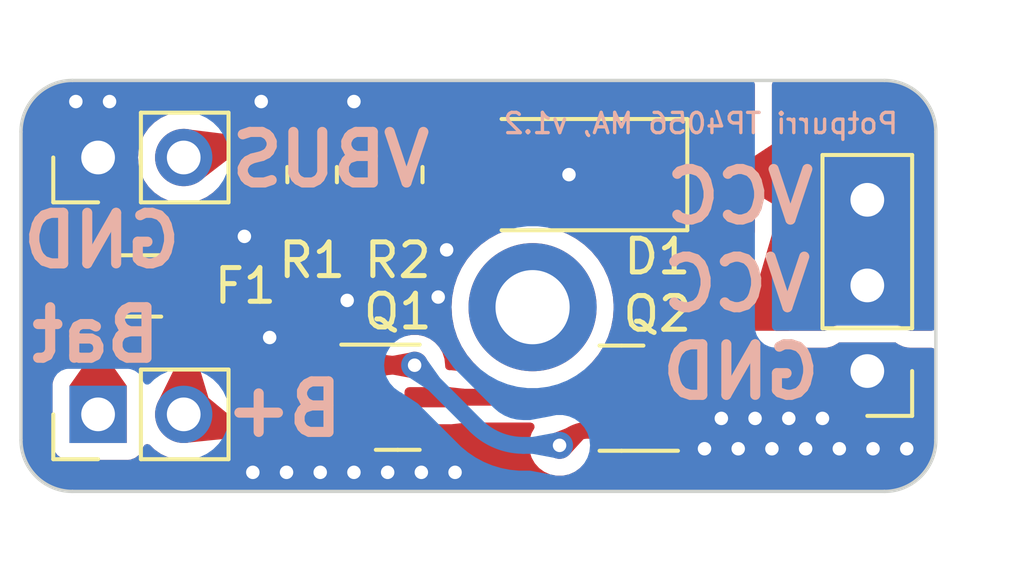
<source format=kicad_pcb>
(kicad_pcb (version 20221018) (generator pcbnew)
  (layers (0 "F.Cu" signal) (31 "B.Cu" signal) (34 "B.Paste" user) (35 "F.Paste" user) (36 "B.SilkS" user "B.Silkscreen") (37 "F.SilkS" user "F.Silkscreen") (38 "B.Mask" user) (39 "F.Mask" user) (44 "Edge.Cuts" user))
  (net 0 "")
  (net 1 "VCC")
  (net 2 "VBUS")
  (net 3 "+BATT")
  (net 4 "GND")
  (net 5 "Net-(Q1-G)")
  (net 6 "Net-(Q1-D)")
  (net 7 "LINE")
  (footprint "Connector_PinHeader_2.54mm:PinHeader_1x03_P2.54mm_Vertical" (layer "F.Cu") (at 128.23 79.995 180)
    (fp_text reference "J3" hide)
    (fp_text value "Conn_01x03")
    (fp_line (start -1.33 -1.33) (end 0 -1.33) (stroke (width 0.12)) (layer "F.SilkS"))
    (fp_line (start -1.33 0) (end -1.33 -1.33) (stroke (width 0.12)) (layer "F.SilkS"))
    (fp_line (start -1.33 1.27) (end -1.33 6.41) (stroke (width 0.12)) (layer "F.SilkS"))
    (fp_line (start -1.33 1.27) (end 1.33 1.27) (stroke (width 0.12)) (layer "F.SilkS"))
    (fp_line (start -1.33 6.41) (end 1.33 6.41) (stroke (width 0.12)) (layer "F.SilkS"))
    (fp_line (start 1.33 1.27) (end 1.33 6.41) (stroke (width 0.12)) (layer "F.SilkS"))
    (pad "1" thru_hole rect (at 0 0 180) (size 1.7 1.7) (drill 1) (layers "*.Cu" "*.Mask") (net 4 "GND"))
    (pad "2" thru_hole oval (at 0 2.54 180) (size 1.7 1.7) (drill 1) (layers "*.Cu" "*.Mask") (net 1 "VCC"))
    (pad "3" thru_hole oval (at 0 5.08 180) (size 1.7 1.7) (drill 1) (layers "*.Cu" "*.Mask") (net 1 "VCC"))
  )
  (footprint "Package_TO_SOT_SMD:SOT-23" (layer "F.Cu") (at 120.9375 80.8 180)
    (fp_text reference "Q2" (at -1.0625 2.5) (layer "F.SilkS"))
    (fp_text value "SI2301")
    (fp_line (start 0 -1.56) (end -1.675 -1.56) (stroke (width 0.12)) (layer "F.SilkS"))
    (fp_line (start 0 -1.56) (end 0.65 -1.56) (stroke (width 0.12)) (layer "F.SilkS"))
    (fp_line (start 0 1.56) (end -0.65 1.56) (stroke (width 0.12)) (layer "F.SilkS"))
    (fp_line (start 0 1.56) (end 0.65 1.56) (stroke (width 0.12)) (layer "F.SilkS"))
    (pad "1" smd roundrect (at -0.9375 -0.95 180) (size 1.475 0.6) (layers "F.Cu" "F.Paste" "F.Mask") (net 5 "Net-(Q1-G)"))
    (pad "2" smd roundrect (at -0.9375 0.95 180) (size 1.475 0.6) (layers "F.Cu" "F.Paste" "F.Mask") (net 1 "VCC"))
    (pad "3" smd roundrect (at 0.9375 0 180) (size 1.475 0.6) (layers "F.Cu" "F.Paste" "F.Mask") (net 6 "Net-(Q1-D)"))
  )
  (footprint "Resistor_SMD:R_0805_2012Metric" (layer "F.Cu") (at 114.3 74.168 -90)
    (fp_text reference "R2" (at 2.54 0 -180) (layer "F.SilkS"))
    (fp_text value "10k")
    (fp_line (start -0.227064 -0.735) (end 0.227064 -0.735) (stroke (width 0.12)) (layer "F.SilkS"))
    (fp_line (start -0.227064 0.735) (end 0.227064 0.735) (stroke (width 0.12)) (layer "F.SilkS"))
    (pad "1" smd roundrect (at -0.9125 0 270) (size 1.025 1.4) (layers "F.Cu" "F.Paste" "F.Mask") (roundrect_rratio 0.243902439) (net 2 "VBUS"))
    (pad "2" smd roundrect (at 0.9125 0 270) (size 1.025 1.4) (layers "F.Cu" "F.Paste" "F.Mask") (roundrect_rratio 0.243902439) (net 4 "GND"))
  )
  (footprint "Diode_SMD:D_SMA" (layer "F.Cu") (at 119.38 74.168 180)
    (fp_text reference "D1" (at -2.62 -2.432) (layer "F.SilkS"))
    (fp_text value "SS34")
    (fp_line (start -3.51 -1.65) (end -3.51 1.65) (stroke (width 0.12)) (layer "F.SilkS"))
    (fp_line (start -3.51 -1.65) (end 2 -1.65) (stroke (width 0.12)) (layer "F.SilkS"))
    (fp_line (start -3.51 1.65) (end 2 1.65) (stroke (width 0.12)) (layer "F.SilkS"))
    (pad "1" smd roundrect (at -2 0 180) (size 2.5 1.8) (layers "F.Cu" "F.Paste" "F.Mask") (roundrect_rratio 0.1388888889) (net 1 "VCC"))
    (pad "2" smd roundrect (at 2 0 180) (size 2.5 1.8) (layers "F.Cu" "F.Paste" "F.Mask") (roundrect_rratio 0.1388888889) (net 2 "VBUS"))
  )
  (footprint "MountingHole:MountingHole_2.2mm_M2_DIN965_Pad" (layer "F.Cu") (at 118.3 78.1)
    (fp_text reference "H1" hide)
    (fp_text value "MountingHole")
    (pad "1" thru_hole circle (at 0 0) (size 3.8 3.8) (drill 2.2) (layers "*.Cu" "*.Mask"))
  )
  (footprint "Connector_PinHeader_2.54mm:PinHeader_1x02_P2.54mm_Vertical" (layer "F.Cu") (at 105.41 73.66 90)
    (fp_text reference "J1" hide)
    (fp_text value "Conn_01x02")
    (fp_line (start -1.33 -1.33) (end 0 -1.33) (stroke (width 0.12)) (layer "F.SilkS"))
    (fp_line (start -1.33 0) (end -1.33 -1.33) (stroke (width 0.12)) (layer "F.SilkS"))
    (fp_line (start -1.33 1.27) (end -1.33 3.87) (stroke (width 0.12)) (layer "F.SilkS"))
    (fp_line (start -1.33 1.27) (end 1.33 1.27) (stroke (width 0.12)) (layer "F.SilkS"))
    (fp_line (start -1.33 3.87) (end 1.33 3.87) (stroke (width 0.12)) (layer "F.SilkS"))
    (fp_line (start 1.33 1.27) (end 1.33 3.87) (stroke (width 0.12)) (layer "F.SilkS"))
    (pad "1" thru_hole rect (at 0 0 90) (size 1.7 1.7) (drill 1) (layers "*.Cu" "*.Mask") (net 4 "GND"))
    (pad "2" thru_hole oval (at 0 2.54 90) (size 1.7 1.7) (drill 1) (layers "*.Cu" "*.Mask") (net 2 "VBUS"))
  )
  (footprint "Package_TO_SOT_SMD:SOT-23" (layer "F.Cu") (at 114.3 80.772)
    (fp_text reference "Q1" (at 0 -2.54) (layer "F.SilkS"))
    (fp_text value "SI2301")
    (fp_line (start 0 -1.56) (end -1.675 -1.56) (stroke (width 0.12)) (layer "F.SilkS"))
    (fp_line (start 0 -1.56) (end 0.65 -1.56) (stroke (width 0.12)) (layer "F.SilkS"))
    (fp_line (start 0 1.56) (end -0.65 1.56) (stroke (width 0.12)) (layer "F.SilkS"))
    (fp_line (start 0 1.56) (end 0.65 1.56) (stroke (width 0.12)) (layer "F.SilkS"))
    (pad "1" smd roundrect (at -0.9375 -0.95) (size 1.475 0.6) (layers "F.Cu" "F.Paste" "F.Mask") (net 5 "Net-(Q1-G)"))
    (pad "2" smd roundrect (at -0.9375 0.95) (size 1.475 0.6) (layers "F.Cu" "F.Paste" "F.Mask") (net 7 "LINE"))
    (pad "3" smd roundrect (at 0.9375 0) (size 1.475 0.6) (layers "F.Cu" "F.Paste" "F.Mask") (net 6 "Net-(Q1-D)"))
  )
  (footprint "Resistor_SMD:R_0805_2012Metric" (layer "F.Cu") (at 111.76 74.168 90)
    (fp_text reference "R1" (at -2.54 0 180) (layer "F.SilkS"))
    (fp_text value "1k")
    (fp_line (start -0.227064 -0.735) (end 0.227064 -0.735) (stroke (width 0.12)) (layer "F.SilkS"))
    (fp_line (start -0.227064 0.735) (end 0.227064 0.735) (stroke (width 0.12)) (layer "F.SilkS"))
    (pad "1" smd roundrect (at -0.9125 0 90) (size 1.025 1.4) (layers "F.Cu" "F.Paste" "F.Mask") (roundrect_rratio 0.243902439) (net 5 "Net-(Q1-G)"))
    (pad "2" smd roundrect (at 0.9125 0 90) (size 1.025 1.4) (layers "F.Cu" "F.Paste" "F.Mask") (roundrect_rratio 0.243902439) (net 2 "VBUS"))
  )
  (footprint "Connector_PinHeader_2.54mm:PinHeader_1x02_P2.54mm_Vertical" (layer "F.Cu") (at 105.41 81.28 90)
    (fp_text reference "J2" hide)
    (fp_text value "Conn_01x02")
    (fp_line (start -1.33 -1.33) (end 0 -1.33) (stroke (width 0.12)) (layer "F.SilkS"))
    (fp_line (start -1.33 0) (end -1.33 -1.33) (stroke (width 0.12)) (layer "F.SilkS"))
    (fp_line (start -1.33 1.27) (end -1.33 3.87) (stroke (width 0.12)) (layer "F.SilkS"))
    (fp_line (start -1.33 1.27) (end 1.33 1.27) (stroke (width 0.12)) (layer "F.SilkS"))
    (fp_line (start -1.33 3.87) (end 1.33 3.87) (stroke (width 0.12)) (layer "F.SilkS"))
    (fp_line (start 1.33 1.27) (end 1.33 3.87) (stroke (width 0.12)) (layer "F.SilkS"))
    (pad "1" thru_hole rect (at 0 0 90) (size 1.7 1.7) (drill 1) (layers "*.Cu" "*.Mask") (net 3 "+BATT"))
    (pad "2" thru_hole oval (at 0 2.54 90) (size 1.7 1.7) (drill 1) (layers "*.Cu" "*.Mask") (net 7 "LINE"))
  )
  (footprint "Fuse:Fuse_1206_3216Metric" (layer "F.Cu") (at 106.68 77.47)
    (fp_text reference "F1" (at 3.1 0 180) (layer "F.SilkS"))
    (fp_text value "1.5A")
    (fp_line (start -0.602064 -0.91) (end 0.602064 -0.91) (stroke (width 0.12)) (layer "F.SilkS"))
    (fp_line (start -0.602064 0.91) (end 0.602064 0.91) (stroke (width 0.12)) (layer "F.SilkS"))
    (pad "1" smd roundrect (at -1.4 0) (size 1.25 1.75) (layers "F.Cu" "F.Paste" "F.Mask") (roundrect_rratio 0.2) (net 3 "+BATT"))
    (pad "2" smd roundrect (at 1.4 0) (size 1.25 1.75) (layers "F.Cu" "F.Paste" "F.Mask") (roundrect_rratio 0.2) (net 7 "LINE"))
  )
  (gr_arc (start 130.262 82.042) (mid 129.815631 83.11963) (end 128.738 83.566) (stroke (width 0.1)) (layer "Edge.Cuts"))
  (gr_arc (start 128.738 71.374) (mid 129.81563 71.820369) (end 130.262 72.898) (stroke (width 0.1)) (layer "Edge.Cuts"))
  (gr_arc (start 104.648 83.566) (mid 103.570369 83.119631) (end 103.124 82.042) (stroke (width 0.1)) (layer "Edge.Cuts"))
  (gr_line (start 103.124 82.042) (end 103.124 72.898) (stroke (width 0.1)) (layer "Edge.Cuts"))
  (gr_line (start 130.262 82.042) (end 130.262 72.898) (stroke (width 0.1)) (layer "Edge.Cuts"))
  (gr_arc (start 103.124 72.898) (mid 103.570369 71.820369) (end 104.648 71.374) (stroke (width 0.1)) (layer "Edge.Cuts"))
  (gr_line (start 104.648 71.374) (end 128.738 71.374) (stroke (width 0.1)) (layer "Edge.Cuts"))
  (gr_line (start 104.648 83.566) (end 128.738 83.566) (stroke (width 0.1)) (layer "Edge.Cuts"))
  (gr_text "Potpurri TP4056 MA, v1.2" (at 129.2 73) (layer "B.SilkS") (effects (font (size 0.6 0.6) (thickness 0.1) bold) (justify left bottom mirror)))
  (gr_text "GND" (at 108 77) (layer "B.SilkS") (effects (font (size 1.5 1.5) (thickness 0.3) bold) (justify left bottom mirror)))
  (gr_text "GND" (at 126.96 80.9) (layer "B.SilkS") (effects (font (size 1.5 1.5) (thickness 0.3) bold) (justify left bottom mirror)))
  (gr_text "VBUS" (at 115.4 74.6) (layer "B.SilkS") (effects (font (size 1.5 1.5) (thickness 0.3) bold) (justify left bottom mirror)))
  (gr_text "Bat" (at 107.4 79.8) (layer "B.SilkS") (effects (font (size 1.5 1.5) (thickness 0.3) bold) (justify left bottom mirror)))
  (gr_text "VCC" (at 126.7 78.3) (layer "B.SilkS") (effects (font (size 1.5 1.5) (thickness 0.3) bold) (justify left bottom mirror)))
  (gr_text "VCC" (at 126.79 75.7) (layer "B.SilkS") (effects (font (size 1.5 1.5) (thickness 0.3) bold) (justify left bottom mirror)))
  (gr_text "B+" (at 112.8 82) (layer "B.SilkS") (effects (font (size 1.5 1.5) (thickness 0.3) bold) (justify left bottom mirror)))
  (segment (start 126.629214 74.915) (end 128.23 74.915) (width 0.5) (layer "F.Cu") (net 1))
  (segment (start 121.38 74.168) (end 125.053786 74.168) (width 0.5) (layer "F.Cu") (net 1))
  (segment (start 128.23 74.915) (end 128.23 77.455) (width 0.5) (layer "F.Cu") (net 1))
  (segment (start 123.542893 79.557107) (end 125.352107 77.747893) (width 0.5) (layer "F.Cu") (net 1))
  (segment (start 121.875 79.85) (end 122.835786 79.85) (width 0.5) (layer "F.Cu") (net 1))
  (segment (start 126.059214 77.455) (end 128.23 77.455) (width 0.5) (layer "F.Cu") (net 1))
  (segment (start 125.760893 74.460893) (end 125.922107 74.622107) (width 0.5) (layer "F.Cu") (net 1))
  (arc (start 125.760893 74.460893) (mid 125.43647 74.24412) (end 125.053786 74.168) (width 0.5) (layer "F.Cu") (net 1))
  (arc (start 122.835786 79.85) (mid 123.218469 79.77388) (end 123.542893 79.557107) (width 0.5) (layer "F.Cu") (net 1))
  (arc (start 125.922107 74.622107) (mid 126.24653 74.83888) (end 126.629214 74.915) (width 0.5) (layer "F.Cu") (net 1))
  (arc (start 126.059214 77.455) (mid 125.676531 77.53112) (end 125.352107 77.747893) (width 0.5) (layer "F.Cu") (net 1))
  (segment (start 114.3 73.2555) (end 114.958393 73.2555) (width 0.5) (layer "F.Cu") (net 2))
  (segment (start 108.3545 73.2555) (end 107.95 73.66) (width 0.5) (layer "F.Cu") (net 2))
  (segment (start 111.76 73.2555) (end 108.3545 73.2555) (width 0.5) (layer "F.Cu") (net 2))
  (segment (start 111.76 73.2555) (end 114.3 73.2555) (width 0.5) (layer "F.Cu") (net 2))
  (segment (start 116.285107 74.168) (end 117.38 74.168) (width 0.5) (layer "F.Cu") (net 2))
  (segment (start 115.311947 73.401947) (end 115.931554 74.021554) (width 0.5) (layer "F.Cu") (net 2))
  (arc (start 114.958393 73.2555) (mid 115.149735 73.29356) (end 115.311947 73.401947) (width 0.5) (layer "F.Cu") (net 2))
  (arc (start 116.285107 74.168) (mid 116.093766 74.12994) (end 115.931554 74.021554) (width 0.5) (layer "F.Cu") (net 2))
  (segment (start 105.41 77.6) (end 105.28 77.47) (width 0.5) (layer "F.Cu") (net 3))
  (segment (start 105.41 81.28) (end 105.41 77.6) (width 0.5) (layer "F.Cu") (net 3))
  (via (at 115.75 76.4) (size 0.8) (drill 0.4) (layers "F.Cu" "B.Cu") (net 4))
  (via (at 111 83) (size 0.8) (drill 0.4) (layers "F.Cu" "B.Cu") (net 4))
  (via (at 113 83) (size 0.8) (drill 0.4) (layers "F.Cu" "B.Cu") (net 4))
  (via (at 112 83) (size 0.8) (drill 0.4) (layers "F.Cu" "B.Cu") (net 4))
  (via (at 109.75 76) (size 0.8) (drill 0.4) (layers "F.Cu" "B.Cu") (net 4))
  (via (at 125.9 81.4) (size 0.8) (drill 0.4) (layers "F.Cu" "B.Cu") (net 4))
  (via (at 116 83) (size 0.8) (drill 0.4) (layers "F.Cu" "B.Cu") (net 4))
  (via (at 119.38 74.168) (size 0.8) (drill 0.4) (layers "F.Cu" "B.Cu") (net 4))
  (via (at 124.4 82.3) (size 0.8) (drill 0.4) (layers "F.Cu" "B.Cu") (net 4))
  (via (at 112.8 77.9) (size 0.8) (drill 0.4) (layers "F.Cu" "B.Cu") (net 4))
  (via (at 110.25 72) (size 0.8) (drill 0.4) (layers "F.Cu" "B.Cu") (net 4))
  (via (at 114 83) (size 0.8) (drill 0.4) (layers "F.Cu" "B.Cu") (net 4))
  (via (at 115.5 77.8) (size 0.8) (drill 0.4) (layers "F.Cu" "B.Cu") (net 4))
  (via (at 105.75 72) (size 0.8) (drill 0.4) (layers "F.Cu" "B.Cu") (net 4))
  (via (at 115 83) (size 0.8) (drill 0.4) (layers "F.Cu" "B.Cu") (net 4))
  (via (at 126.9 81.4) (size 0.8) (drill 0.4) (layers "F.Cu" "B.Cu") (net 4))
  (via (at 126.4 82.3) (size 0.8) (drill 0.4) (layers "F.Cu" "B.Cu") (net 4))
  (via (at 128.4 82.3) (size 0.8) (drill 0.4) (layers "F.Cu" "B.Cu") (net 4))
  (via (at 110 83) (size 0.8) (drill 0.4) (layers "F.Cu" "B.Cu") (net 4))
  (via (at 123.9 81.4) (size 0.8) (drill 0.4) (layers "F.Cu" "B.Cu") (net 4))
  (via (at 124.9 81.4) (size 0.8) (drill 0.4) (layers "F.Cu" "B.Cu") (net 4))
  (via (at 123.4 82.3) (size 0.8) (drill 0.4) (layers "F.Cu" "B.Cu") (net 4))
  (via (at 110.5 79) (size 0.8) (drill 0.4) (layers "F.Cu" "B.Cu") (net 4))
  (via (at 129.4 82.3) (size 0.8) (drill 0.4) (layers "F.Cu" "B.Cu") (net 4))
  (via (at 127.4 82.3) (size 0.8) (drill 0.4) (layers "F.Cu" "B.Cu") (net 4))
  (via (at 125.4 82.3) (size 0.8) (drill 0.4) (layers "F.Cu" "B.Cu") (net 4))
  (via (at 113 72) (size 0.8) (drill 0.4) (layers "F.Cu" "B.Cu") (net 4))
  (via (at 104.75 72) (size 0.8) (drill 0.4) (layers "F.Cu" "B.Cu") (net 4))
  (segment (start 119.1 82.2) (end 119.257107 82.042893) (width 0.5) (layer "F.Cu") (net 5))
  (segment (start 114.8 79.822) (end 113.3625 79.822) (width 0.5) (layer "F.Cu") (net 5))
  (segment (start 119.964214 81.75) (end 121.875 81.75) (width 0.5) (layer "F.Cu") (net 5))
  (segment (start 111.76 75.0805) (end 111.76 79.040893) (width 0.5) (layer "F.Cu") (net 5))
  (segment (start 111.906447 79.394447) (end 112.187554 79.675554) (width 0.5) (layer "F.Cu") (net 5))
  (segment (start 112.541107 79.822) (end 113.3625 79.822) (width 0.5) (layer "F.Cu") (net 5))
  (via (at 119.1 82.2) (size 0.8) (drill 0.4) (layers "F.Cu" "B.Cu") (net 5))
  (via (at 114.8 79.822) (size 0.8) (drill 0.4) (layers "F.Cu" "B.Cu") (net 5))
  (arc (start 112.541107 79.822) (mid 112.349766 79.78394) (end 112.187554 79.675554) (width 0.5) (layer "F.Cu") (net 5))
  (arc (start 111.906447 79.394447) (mid 111.79806 79.232235) (end 111.76 79.040893) (width 0.5) (layer "F.Cu") (net 5))
  (arc (start 119.257107 82.042893) (mid 119.58153 81.82612) (end 119.964214 81.75) (width 0.5) (layer "F.Cu") (net 5))
  (segment (start 114.822 79.822) (end 114.8 79.822) (width 0.5) (layer "B.Cu") (net 5))
  (segment (start 116.614213 81.614213) (end 114.822 79.822) (width 0.5) (layer "B.Cu") (net 5))
  (segment (start 119.1 82.2) (end 118.028427 82.2) (width 0.5) (layer "B.Cu") (net 5))
  (arc (start 118.028427 82.2) (mid 117.26306 82.047759) (end 116.614213 81.614213) (width 0.5) (layer "B.Cu") (net 5))
  (segment (start 115.2375 80.772) (end 119.972 80.772) (width 0.5) (layer "F.Cu") (net 6))
  (segment (start 119.972 80.772) (end 120 80.8) (width 0.5) (layer "F.Cu") (net 6))
  (segment (start 108.08 81.15) (end 107.95 81.28) (width 0.5) (layer "F.Cu") (net 7))
  (segment (start 108.392 81.722) (end 107.95 81.28) (width 0.5) (layer "F.Cu") (net 7))
  (segment (start 113.3625 81.722) (end 108.392 81.722) (width 0.5) (layer "F.Cu") (net 7))
  (segment (start 108.08 77.47) (end 108.08 81.15) (width 0.5) (layer "F.Cu") (net 7))
  (zone (net 1) (net_name "VCC") (layers "F&B.Cu") (priority 1) (connect_pads yes (clearance 0.5)) (min_thickness 0.25) (fill yes (thermal_gap 0.5) (thermal_bridge_width 0.5))
    (polygon (pts (xy 131.3 70.75) (xy 131.3 78.8) (xy 125.4 78.8) (xy 125.4 70.7)))
  )
  (zone (net 4) (net_name "GND") (layers "F&B.Cu") (connect_pads yes (clearance 0.5)) (min_thickness 0.25) (fill yes (thermal_gap 0.5) (thermal_bridge_width 0.5))
    (polygon (pts (xy 102.5 70.75) (xy 131.3 70.75) (xy 131.3 84) (xy 102.5 84)))
  )
)
</source>
